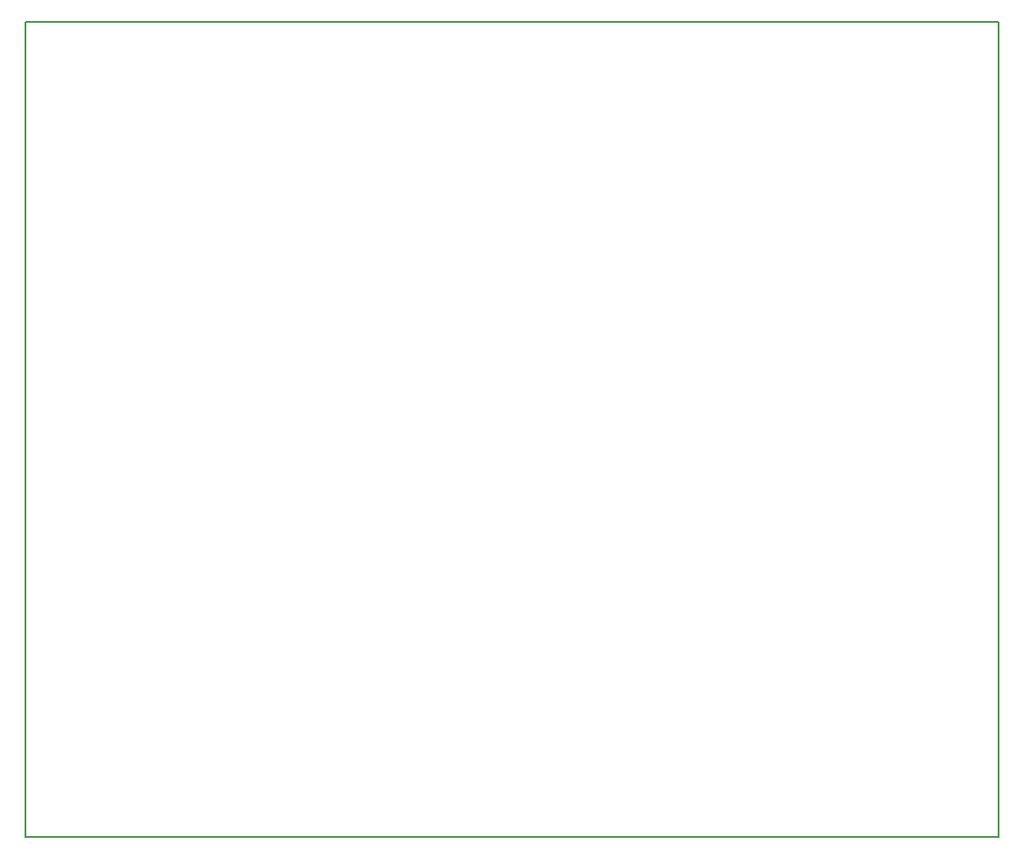
<source format=gbr>
G04 #@! TF.GenerationSoftware,KiCad,Pcbnew,(5.1.5)-3*
G04 #@! TF.CreationDate,2020-06-25T14:16:08-04:00*
G04 #@! TF.ProjectId,DC-Supply-170V-v1,44432d53-7570-4706-9c79-2d313730562d,rev?*
G04 #@! TF.SameCoordinates,Original*
G04 #@! TF.FileFunction,Profile,NP*
%FSLAX46Y46*%
G04 Gerber Fmt 4.6, Leading zero omitted, Abs format (unit mm)*
G04 Created by KiCad (PCBNEW (5.1.5)-3) date 2020-06-25 14:16:08*
%MOMM*%
%LPD*%
G04 APERTURE LIST*
%ADD10C,0.200000*%
G04 APERTURE END LIST*
D10*
X167640000Y-40640000D02*
X73660000Y-40640000D01*
X167640000Y-119380000D02*
X167640000Y-40640000D01*
X73660000Y-119380000D02*
X167640000Y-119380000D01*
X73660000Y-40640000D02*
X73660000Y-119380000D01*
M02*

</source>
